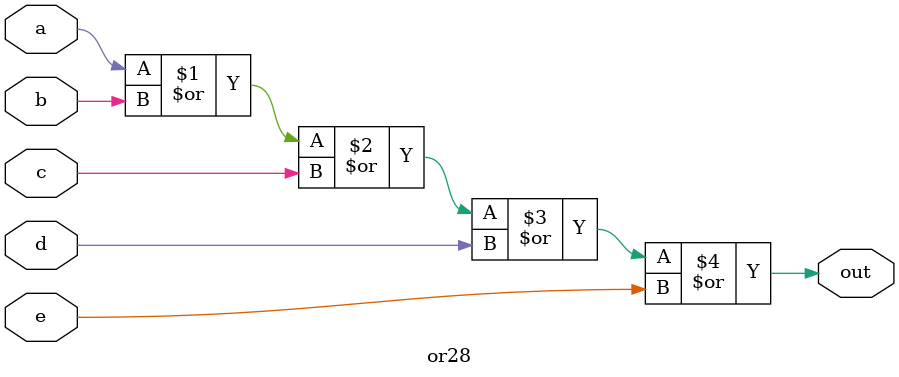
<source format=v>
module or28 (
  input a,
  input b,
  input c,
  input d,
  input e,
  output out
);

  assign out = (a | b | c | d | e);

endmodule
</source>
